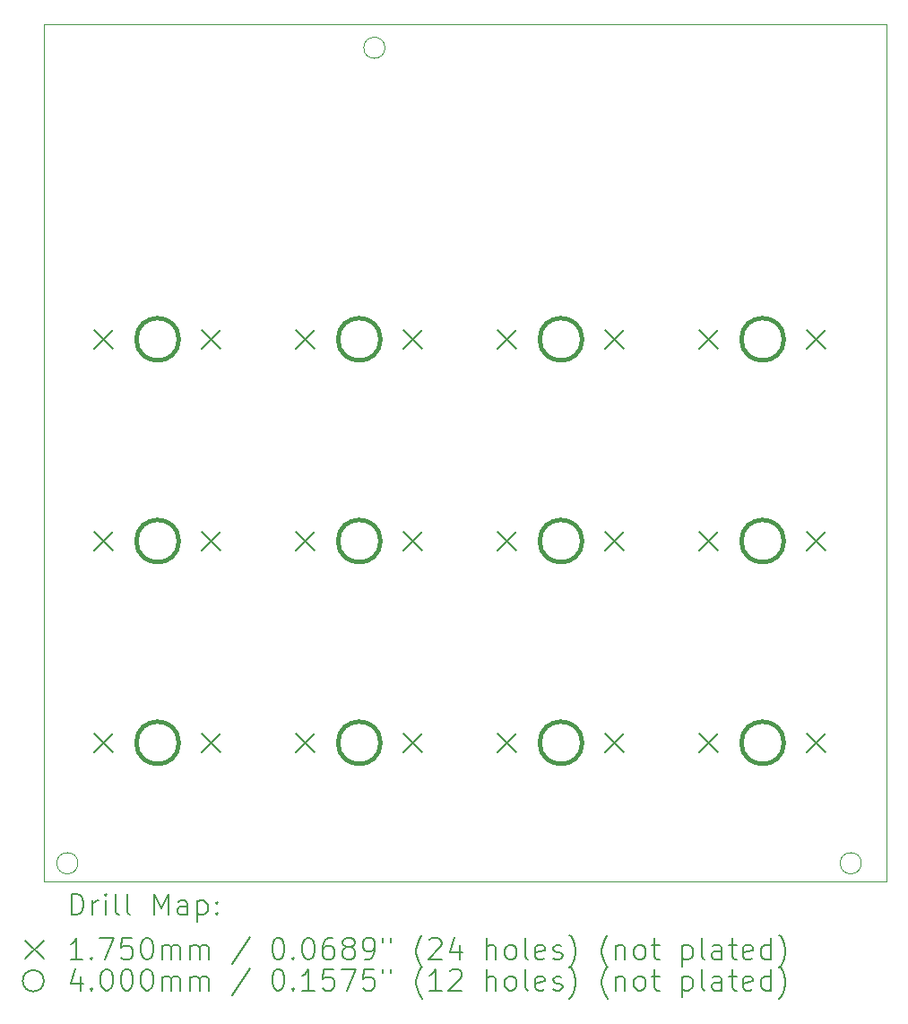
<source format=gbr>
%TF.GenerationSoftware,KiCad,Pcbnew,8.0.8*%
%TF.CreationDate,2025-02-10T09:22:13+01:00*%
%TF.ProjectId,better,62657474-6572-42e6-9b69-6361645f7063,rev?*%
%TF.SameCoordinates,Original*%
%TF.FileFunction,Drillmap*%
%TF.FilePolarity,Positive*%
%FSLAX45Y45*%
G04 Gerber Fmt 4.5, Leading zero omitted, Abs format (unit mm)*
G04 Created by KiCad (PCBNEW 8.0.8) date 2025-02-10 09:22:13*
%MOMM*%
%LPD*%
G01*
G04 APERTURE LIST*
%ADD10C,0.050000*%
%ADD11C,0.200000*%
%ADD12C,0.175000*%
%ADD13C,0.400000*%
G04 APERTURE END LIST*
D10*
X21023500Y-10916500D02*
G75*
G02*
X20823500Y-10916500I-100000J0D01*
G01*
X20823500Y-10916500D02*
G75*
G02*
X21023500Y-10916500I100000J0D01*
G01*
X13304437Y-2992437D02*
X21262563Y-2992437D01*
X21262563Y-11088688D01*
X13304437Y-11088688D01*
X13304437Y-2992437D01*
X16523500Y-3216500D02*
G75*
G02*
X16323500Y-3216500I-100000J0D01*
G01*
X16323500Y-3216500D02*
G75*
G02*
X16523500Y-3216500I100000J0D01*
G01*
X13623500Y-10916500D02*
G75*
G02*
X13423500Y-10916500I-100000J0D01*
G01*
X13423500Y-10916500D02*
G75*
G02*
X13623500Y-10916500I100000J0D01*
G01*
D11*
D12*
X13780500Y-5881500D02*
X13955500Y-6056500D01*
X13955500Y-5881500D02*
X13780500Y-6056500D01*
X13780500Y-7786500D02*
X13955500Y-7961500D01*
X13955500Y-7786500D02*
X13780500Y-7961500D01*
X13780500Y-9691500D02*
X13955500Y-9866500D01*
X13955500Y-9691500D02*
X13780500Y-9866500D01*
X14796500Y-5881500D02*
X14971500Y-6056500D01*
X14971500Y-5881500D02*
X14796500Y-6056500D01*
X14796500Y-7786500D02*
X14971500Y-7961500D01*
X14971500Y-7786500D02*
X14796500Y-7961500D01*
X14796500Y-9691500D02*
X14971500Y-9866500D01*
X14971500Y-9691500D02*
X14796500Y-9866500D01*
X15685500Y-5881500D02*
X15860500Y-6056500D01*
X15860500Y-5881500D02*
X15685500Y-6056500D01*
X15685500Y-7786500D02*
X15860500Y-7961500D01*
X15860500Y-7786500D02*
X15685500Y-7961500D01*
X15685500Y-9691500D02*
X15860500Y-9866500D01*
X15860500Y-9691500D02*
X15685500Y-9866500D01*
X16701500Y-5881500D02*
X16876500Y-6056500D01*
X16876500Y-5881500D02*
X16701500Y-6056500D01*
X16701500Y-7786500D02*
X16876500Y-7961500D01*
X16876500Y-7786500D02*
X16701500Y-7961500D01*
X16701500Y-9691500D02*
X16876500Y-9866500D01*
X16876500Y-9691500D02*
X16701500Y-9866500D01*
X17590500Y-5881500D02*
X17765500Y-6056500D01*
X17765500Y-5881500D02*
X17590500Y-6056500D01*
X17590500Y-7786500D02*
X17765500Y-7961500D01*
X17765500Y-7786500D02*
X17590500Y-7961500D01*
X17590500Y-9691500D02*
X17765500Y-9866500D01*
X17765500Y-9691500D02*
X17590500Y-9866500D01*
X18606500Y-5881500D02*
X18781500Y-6056500D01*
X18781500Y-5881500D02*
X18606500Y-6056500D01*
X18606500Y-7786500D02*
X18781500Y-7961500D01*
X18781500Y-7786500D02*
X18606500Y-7961500D01*
X18606500Y-9691500D02*
X18781500Y-9866500D01*
X18781500Y-9691500D02*
X18606500Y-9866500D01*
X19495500Y-5881500D02*
X19670500Y-6056500D01*
X19670500Y-5881500D02*
X19495500Y-6056500D01*
X19495500Y-7786500D02*
X19670500Y-7961500D01*
X19670500Y-7786500D02*
X19495500Y-7961500D01*
X19495500Y-9691500D02*
X19670500Y-9866500D01*
X19670500Y-9691500D02*
X19495500Y-9866500D01*
X20511500Y-5881500D02*
X20686500Y-6056500D01*
X20686500Y-5881500D02*
X20511500Y-6056500D01*
X20511500Y-7786500D02*
X20686500Y-7961500D01*
X20686500Y-7786500D02*
X20511500Y-7961500D01*
X20511500Y-9691500D02*
X20686500Y-9866500D01*
X20686500Y-9691500D02*
X20511500Y-9866500D01*
D13*
X14576000Y-5969000D02*
G75*
G02*
X14176000Y-5969000I-200000J0D01*
G01*
X14176000Y-5969000D02*
G75*
G02*
X14576000Y-5969000I200000J0D01*
G01*
X14576000Y-7874000D02*
G75*
G02*
X14176000Y-7874000I-200000J0D01*
G01*
X14176000Y-7874000D02*
G75*
G02*
X14576000Y-7874000I200000J0D01*
G01*
X14576000Y-9779000D02*
G75*
G02*
X14176000Y-9779000I-200000J0D01*
G01*
X14176000Y-9779000D02*
G75*
G02*
X14576000Y-9779000I200000J0D01*
G01*
X16481000Y-5969000D02*
G75*
G02*
X16081000Y-5969000I-200000J0D01*
G01*
X16081000Y-5969000D02*
G75*
G02*
X16481000Y-5969000I200000J0D01*
G01*
X16481000Y-7874000D02*
G75*
G02*
X16081000Y-7874000I-200000J0D01*
G01*
X16081000Y-7874000D02*
G75*
G02*
X16481000Y-7874000I200000J0D01*
G01*
X16481000Y-9779000D02*
G75*
G02*
X16081000Y-9779000I-200000J0D01*
G01*
X16081000Y-9779000D02*
G75*
G02*
X16481000Y-9779000I200000J0D01*
G01*
X18386000Y-5969000D02*
G75*
G02*
X17986000Y-5969000I-200000J0D01*
G01*
X17986000Y-5969000D02*
G75*
G02*
X18386000Y-5969000I200000J0D01*
G01*
X18386000Y-7874000D02*
G75*
G02*
X17986000Y-7874000I-200000J0D01*
G01*
X17986000Y-7874000D02*
G75*
G02*
X18386000Y-7874000I200000J0D01*
G01*
X18386000Y-9779000D02*
G75*
G02*
X17986000Y-9779000I-200000J0D01*
G01*
X17986000Y-9779000D02*
G75*
G02*
X18386000Y-9779000I200000J0D01*
G01*
X20291000Y-5969000D02*
G75*
G02*
X19891000Y-5969000I-200000J0D01*
G01*
X19891000Y-5969000D02*
G75*
G02*
X20291000Y-5969000I200000J0D01*
G01*
X20291000Y-7874000D02*
G75*
G02*
X19891000Y-7874000I-200000J0D01*
G01*
X19891000Y-7874000D02*
G75*
G02*
X20291000Y-7874000I200000J0D01*
G01*
X20291000Y-9779000D02*
G75*
G02*
X19891000Y-9779000I-200000J0D01*
G01*
X19891000Y-9779000D02*
G75*
G02*
X20291000Y-9779000I200000J0D01*
G01*
D11*
X13562714Y-11402671D02*
X13562714Y-11202671D01*
X13562714Y-11202671D02*
X13610333Y-11202671D01*
X13610333Y-11202671D02*
X13638905Y-11212195D01*
X13638905Y-11212195D02*
X13657952Y-11231243D01*
X13657952Y-11231243D02*
X13667476Y-11250290D01*
X13667476Y-11250290D02*
X13677000Y-11288385D01*
X13677000Y-11288385D02*
X13677000Y-11316957D01*
X13677000Y-11316957D02*
X13667476Y-11355052D01*
X13667476Y-11355052D02*
X13657952Y-11374100D01*
X13657952Y-11374100D02*
X13638905Y-11393147D01*
X13638905Y-11393147D02*
X13610333Y-11402671D01*
X13610333Y-11402671D02*
X13562714Y-11402671D01*
X13762714Y-11402671D02*
X13762714Y-11269338D01*
X13762714Y-11307433D02*
X13772238Y-11288385D01*
X13772238Y-11288385D02*
X13781762Y-11278862D01*
X13781762Y-11278862D02*
X13800809Y-11269338D01*
X13800809Y-11269338D02*
X13819857Y-11269338D01*
X13886524Y-11402671D02*
X13886524Y-11269338D01*
X13886524Y-11202671D02*
X13877000Y-11212195D01*
X13877000Y-11212195D02*
X13886524Y-11221719D01*
X13886524Y-11221719D02*
X13896048Y-11212195D01*
X13896048Y-11212195D02*
X13886524Y-11202671D01*
X13886524Y-11202671D02*
X13886524Y-11221719D01*
X14010333Y-11402671D02*
X13991286Y-11393147D01*
X13991286Y-11393147D02*
X13981762Y-11374100D01*
X13981762Y-11374100D02*
X13981762Y-11202671D01*
X14115095Y-11402671D02*
X14096048Y-11393147D01*
X14096048Y-11393147D02*
X14086524Y-11374100D01*
X14086524Y-11374100D02*
X14086524Y-11202671D01*
X14343667Y-11402671D02*
X14343667Y-11202671D01*
X14343667Y-11202671D02*
X14410333Y-11345528D01*
X14410333Y-11345528D02*
X14477000Y-11202671D01*
X14477000Y-11202671D02*
X14477000Y-11402671D01*
X14657952Y-11402671D02*
X14657952Y-11297909D01*
X14657952Y-11297909D02*
X14648429Y-11278862D01*
X14648429Y-11278862D02*
X14629381Y-11269338D01*
X14629381Y-11269338D02*
X14591286Y-11269338D01*
X14591286Y-11269338D02*
X14572238Y-11278862D01*
X14657952Y-11393147D02*
X14638905Y-11402671D01*
X14638905Y-11402671D02*
X14591286Y-11402671D01*
X14591286Y-11402671D02*
X14572238Y-11393147D01*
X14572238Y-11393147D02*
X14562714Y-11374100D01*
X14562714Y-11374100D02*
X14562714Y-11355052D01*
X14562714Y-11355052D02*
X14572238Y-11336005D01*
X14572238Y-11336005D02*
X14591286Y-11326481D01*
X14591286Y-11326481D02*
X14638905Y-11326481D01*
X14638905Y-11326481D02*
X14657952Y-11316957D01*
X14753190Y-11269338D02*
X14753190Y-11469338D01*
X14753190Y-11278862D02*
X14772238Y-11269338D01*
X14772238Y-11269338D02*
X14810333Y-11269338D01*
X14810333Y-11269338D02*
X14829381Y-11278862D01*
X14829381Y-11278862D02*
X14838905Y-11288385D01*
X14838905Y-11288385D02*
X14848429Y-11307433D01*
X14848429Y-11307433D02*
X14848429Y-11364576D01*
X14848429Y-11364576D02*
X14838905Y-11383624D01*
X14838905Y-11383624D02*
X14829381Y-11393147D01*
X14829381Y-11393147D02*
X14810333Y-11402671D01*
X14810333Y-11402671D02*
X14772238Y-11402671D01*
X14772238Y-11402671D02*
X14753190Y-11393147D01*
X14934143Y-11383624D02*
X14943667Y-11393147D01*
X14943667Y-11393147D02*
X14934143Y-11402671D01*
X14934143Y-11402671D02*
X14924619Y-11393147D01*
X14924619Y-11393147D02*
X14934143Y-11383624D01*
X14934143Y-11383624D02*
X14934143Y-11402671D01*
X14934143Y-11278862D02*
X14943667Y-11288385D01*
X14943667Y-11288385D02*
X14934143Y-11297909D01*
X14934143Y-11297909D02*
X14924619Y-11288385D01*
X14924619Y-11288385D02*
X14934143Y-11278862D01*
X14934143Y-11278862D02*
X14934143Y-11297909D01*
D12*
X13126937Y-11643687D02*
X13301937Y-11818687D01*
X13301937Y-11643687D02*
X13126937Y-11818687D01*
D11*
X13667476Y-11822671D02*
X13553190Y-11822671D01*
X13610333Y-11822671D02*
X13610333Y-11622671D01*
X13610333Y-11622671D02*
X13591286Y-11651243D01*
X13591286Y-11651243D02*
X13572238Y-11670290D01*
X13572238Y-11670290D02*
X13553190Y-11679814D01*
X13753190Y-11803624D02*
X13762714Y-11813147D01*
X13762714Y-11813147D02*
X13753190Y-11822671D01*
X13753190Y-11822671D02*
X13743667Y-11813147D01*
X13743667Y-11813147D02*
X13753190Y-11803624D01*
X13753190Y-11803624D02*
X13753190Y-11822671D01*
X13829381Y-11622671D02*
X13962714Y-11622671D01*
X13962714Y-11622671D02*
X13877000Y-11822671D01*
X14134143Y-11622671D02*
X14038905Y-11622671D01*
X14038905Y-11622671D02*
X14029381Y-11717909D01*
X14029381Y-11717909D02*
X14038905Y-11708385D01*
X14038905Y-11708385D02*
X14057952Y-11698862D01*
X14057952Y-11698862D02*
X14105571Y-11698862D01*
X14105571Y-11698862D02*
X14124619Y-11708385D01*
X14124619Y-11708385D02*
X14134143Y-11717909D01*
X14134143Y-11717909D02*
X14143667Y-11736957D01*
X14143667Y-11736957D02*
X14143667Y-11784576D01*
X14143667Y-11784576D02*
X14134143Y-11803624D01*
X14134143Y-11803624D02*
X14124619Y-11813147D01*
X14124619Y-11813147D02*
X14105571Y-11822671D01*
X14105571Y-11822671D02*
X14057952Y-11822671D01*
X14057952Y-11822671D02*
X14038905Y-11813147D01*
X14038905Y-11813147D02*
X14029381Y-11803624D01*
X14267476Y-11622671D02*
X14286524Y-11622671D01*
X14286524Y-11622671D02*
X14305571Y-11632195D01*
X14305571Y-11632195D02*
X14315095Y-11641719D01*
X14315095Y-11641719D02*
X14324619Y-11660766D01*
X14324619Y-11660766D02*
X14334143Y-11698862D01*
X14334143Y-11698862D02*
X14334143Y-11746481D01*
X14334143Y-11746481D02*
X14324619Y-11784576D01*
X14324619Y-11784576D02*
X14315095Y-11803624D01*
X14315095Y-11803624D02*
X14305571Y-11813147D01*
X14305571Y-11813147D02*
X14286524Y-11822671D01*
X14286524Y-11822671D02*
X14267476Y-11822671D01*
X14267476Y-11822671D02*
X14248429Y-11813147D01*
X14248429Y-11813147D02*
X14238905Y-11803624D01*
X14238905Y-11803624D02*
X14229381Y-11784576D01*
X14229381Y-11784576D02*
X14219857Y-11746481D01*
X14219857Y-11746481D02*
X14219857Y-11698862D01*
X14219857Y-11698862D02*
X14229381Y-11660766D01*
X14229381Y-11660766D02*
X14238905Y-11641719D01*
X14238905Y-11641719D02*
X14248429Y-11632195D01*
X14248429Y-11632195D02*
X14267476Y-11622671D01*
X14419857Y-11822671D02*
X14419857Y-11689338D01*
X14419857Y-11708385D02*
X14429381Y-11698862D01*
X14429381Y-11698862D02*
X14448429Y-11689338D01*
X14448429Y-11689338D02*
X14477000Y-11689338D01*
X14477000Y-11689338D02*
X14496048Y-11698862D01*
X14496048Y-11698862D02*
X14505571Y-11717909D01*
X14505571Y-11717909D02*
X14505571Y-11822671D01*
X14505571Y-11717909D02*
X14515095Y-11698862D01*
X14515095Y-11698862D02*
X14534143Y-11689338D01*
X14534143Y-11689338D02*
X14562714Y-11689338D01*
X14562714Y-11689338D02*
X14581762Y-11698862D01*
X14581762Y-11698862D02*
X14591286Y-11717909D01*
X14591286Y-11717909D02*
X14591286Y-11822671D01*
X14686524Y-11822671D02*
X14686524Y-11689338D01*
X14686524Y-11708385D02*
X14696048Y-11698862D01*
X14696048Y-11698862D02*
X14715095Y-11689338D01*
X14715095Y-11689338D02*
X14743667Y-11689338D01*
X14743667Y-11689338D02*
X14762714Y-11698862D01*
X14762714Y-11698862D02*
X14772238Y-11717909D01*
X14772238Y-11717909D02*
X14772238Y-11822671D01*
X14772238Y-11717909D02*
X14781762Y-11698862D01*
X14781762Y-11698862D02*
X14800810Y-11689338D01*
X14800810Y-11689338D02*
X14829381Y-11689338D01*
X14829381Y-11689338D02*
X14848429Y-11698862D01*
X14848429Y-11698862D02*
X14857952Y-11717909D01*
X14857952Y-11717909D02*
X14857952Y-11822671D01*
X15248429Y-11613147D02*
X15077000Y-11870290D01*
X15505572Y-11622671D02*
X15524619Y-11622671D01*
X15524619Y-11622671D02*
X15543667Y-11632195D01*
X15543667Y-11632195D02*
X15553191Y-11641719D01*
X15553191Y-11641719D02*
X15562714Y-11660766D01*
X15562714Y-11660766D02*
X15572238Y-11698862D01*
X15572238Y-11698862D02*
X15572238Y-11746481D01*
X15572238Y-11746481D02*
X15562714Y-11784576D01*
X15562714Y-11784576D02*
X15553191Y-11803624D01*
X15553191Y-11803624D02*
X15543667Y-11813147D01*
X15543667Y-11813147D02*
X15524619Y-11822671D01*
X15524619Y-11822671D02*
X15505572Y-11822671D01*
X15505572Y-11822671D02*
X15486524Y-11813147D01*
X15486524Y-11813147D02*
X15477000Y-11803624D01*
X15477000Y-11803624D02*
X15467476Y-11784576D01*
X15467476Y-11784576D02*
X15457953Y-11746481D01*
X15457953Y-11746481D02*
X15457953Y-11698862D01*
X15457953Y-11698862D02*
X15467476Y-11660766D01*
X15467476Y-11660766D02*
X15477000Y-11641719D01*
X15477000Y-11641719D02*
X15486524Y-11632195D01*
X15486524Y-11632195D02*
X15505572Y-11622671D01*
X15657953Y-11803624D02*
X15667476Y-11813147D01*
X15667476Y-11813147D02*
X15657953Y-11822671D01*
X15657953Y-11822671D02*
X15648429Y-11813147D01*
X15648429Y-11813147D02*
X15657953Y-11803624D01*
X15657953Y-11803624D02*
X15657953Y-11822671D01*
X15791286Y-11622671D02*
X15810334Y-11622671D01*
X15810334Y-11622671D02*
X15829381Y-11632195D01*
X15829381Y-11632195D02*
X15838905Y-11641719D01*
X15838905Y-11641719D02*
X15848429Y-11660766D01*
X15848429Y-11660766D02*
X15857953Y-11698862D01*
X15857953Y-11698862D02*
X15857953Y-11746481D01*
X15857953Y-11746481D02*
X15848429Y-11784576D01*
X15848429Y-11784576D02*
X15838905Y-11803624D01*
X15838905Y-11803624D02*
X15829381Y-11813147D01*
X15829381Y-11813147D02*
X15810334Y-11822671D01*
X15810334Y-11822671D02*
X15791286Y-11822671D01*
X15791286Y-11822671D02*
X15772238Y-11813147D01*
X15772238Y-11813147D02*
X15762714Y-11803624D01*
X15762714Y-11803624D02*
X15753191Y-11784576D01*
X15753191Y-11784576D02*
X15743667Y-11746481D01*
X15743667Y-11746481D02*
X15743667Y-11698862D01*
X15743667Y-11698862D02*
X15753191Y-11660766D01*
X15753191Y-11660766D02*
X15762714Y-11641719D01*
X15762714Y-11641719D02*
X15772238Y-11632195D01*
X15772238Y-11632195D02*
X15791286Y-11622671D01*
X16029381Y-11622671D02*
X15991286Y-11622671D01*
X15991286Y-11622671D02*
X15972238Y-11632195D01*
X15972238Y-11632195D02*
X15962714Y-11641719D01*
X15962714Y-11641719D02*
X15943667Y-11670290D01*
X15943667Y-11670290D02*
X15934143Y-11708385D01*
X15934143Y-11708385D02*
X15934143Y-11784576D01*
X15934143Y-11784576D02*
X15943667Y-11803624D01*
X15943667Y-11803624D02*
X15953191Y-11813147D01*
X15953191Y-11813147D02*
X15972238Y-11822671D01*
X15972238Y-11822671D02*
X16010334Y-11822671D01*
X16010334Y-11822671D02*
X16029381Y-11813147D01*
X16029381Y-11813147D02*
X16038905Y-11803624D01*
X16038905Y-11803624D02*
X16048429Y-11784576D01*
X16048429Y-11784576D02*
X16048429Y-11736957D01*
X16048429Y-11736957D02*
X16038905Y-11717909D01*
X16038905Y-11717909D02*
X16029381Y-11708385D01*
X16029381Y-11708385D02*
X16010334Y-11698862D01*
X16010334Y-11698862D02*
X15972238Y-11698862D01*
X15972238Y-11698862D02*
X15953191Y-11708385D01*
X15953191Y-11708385D02*
X15943667Y-11717909D01*
X15943667Y-11717909D02*
X15934143Y-11736957D01*
X16162714Y-11708385D02*
X16143667Y-11698862D01*
X16143667Y-11698862D02*
X16134143Y-11689338D01*
X16134143Y-11689338D02*
X16124619Y-11670290D01*
X16124619Y-11670290D02*
X16124619Y-11660766D01*
X16124619Y-11660766D02*
X16134143Y-11641719D01*
X16134143Y-11641719D02*
X16143667Y-11632195D01*
X16143667Y-11632195D02*
X16162714Y-11622671D01*
X16162714Y-11622671D02*
X16200810Y-11622671D01*
X16200810Y-11622671D02*
X16219857Y-11632195D01*
X16219857Y-11632195D02*
X16229381Y-11641719D01*
X16229381Y-11641719D02*
X16238905Y-11660766D01*
X16238905Y-11660766D02*
X16238905Y-11670290D01*
X16238905Y-11670290D02*
X16229381Y-11689338D01*
X16229381Y-11689338D02*
X16219857Y-11698862D01*
X16219857Y-11698862D02*
X16200810Y-11708385D01*
X16200810Y-11708385D02*
X16162714Y-11708385D01*
X16162714Y-11708385D02*
X16143667Y-11717909D01*
X16143667Y-11717909D02*
X16134143Y-11727433D01*
X16134143Y-11727433D02*
X16124619Y-11746481D01*
X16124619Y-11746481D02*
X16124619Y-11784576D01*
X16124619Y-11784576D02*
X16134143Y-11803624D01*
X16134143Y-11803624D02*
X16143667Y-11813147D01*
X16143667Y-11813147D02*
X16162714Y-11822671D01*
X16162714Y-11822671D02*
X16200810Y-11822671D01*
X16200810Y-11822671D02*
X16219857Y-11813147D01*
X16219857Y-11813147D02*
X16229381Y-11803624D01*
X16229381Y-11803624D02*
X16238905Y-11784576D01*
X16238905Y-11784576D02*
X16238905Y-11746481D01*
X16238905Y-11746481D02*
X16229381Y-11727433D01*
X16229381Y-11727433D02*
X16219857Y-11717909D01*
X16219857Y-11717909D02*
X16200810Y-11708385D01*
X16334143Y-11822671D02*
X16372238Y-11822671D01*
X16372238Y-11822671D02*
X16391286Y-11813147D01*
X16391286Y-11813147D02*
X16400810Y-11803624D01*
X16400810Y-11803624D02*
X16419857Y-11775052D01*
X16419857Y-11775052D02*
X16429381Y-11736957D01*
X16429381Y-11736957D02*
X16429381Y-11660766D01*
X16429381Y-11660766D02*
X16419857Y-11641719D01*
X16419857Y-11641719D02*
X16410334Y-11632195D01*
X16410334Y-11632195D02*
X16391286Y-11622671D01*
X16391286Y-11622671D02*
X16353191Y-11622671D01*
X16353191Y-11622671D02*
X16334143Y-11632195D01*
X16334143Y-11632195D02*
X16324619Y-11641719D01*
X16324619Y-11641719D02*
X16315095Y-11660766D01*
X16315095Y-11660766D02*
X16315095Y-11708385D01*
X16315095Y-11708385D02*
X16324619Y-11727433D01*
X16324619Y-11727433D02*
X16334143Y-11736957D01*
X16334143Y-11736957D02*
X16353191Y-11746481D01*
X16353191Y-11746481D02*
X16391286Y-11746481D01*
X16391286Y-11746481D02*
X16410334Y-11736957D01*
X16410334Y-11736957D02*
X16419857Y-11727433D01*
X16419857Y-11727433D02*
X16429381Y-11708385D01*
X16505572Y-11622671D02*
X16505572Y-11660766D01*
X16581762Y-11622671D02*
X16581762Y-11660766D01*
X16877000Y-11898862D02*
X16867477Y-11889338D01*
X16867477Y-11889338D02*
X16848429Y-11860766D01*
X16848429Y-11860766D02*
X16838905Y-11841719D01*
X16838905Y-11841719D02*
X16829381Y-11813147D01*
X16829381Y-11813147D02*
X16819858Y-11765528D01*
X16819858Y-11765528D02*
X16819858Y-11727433D01*
X16819858Y-11727433D02*
X16829381Y-11679814D01*
X16829381Y-11679814D02*
X16838905Y-11651243D01*
X16838905Y-11651243D02*
X16848429Y-11632195D01*
X16848429Y-11632195D02*
X16867477Y-11603624D01*
X16867477Y-11603624D02*
X16877000Y-11594100D01*
X16943667Y-11641719D02*
X16953191Y-11632195D01*
X16953191Y-11632195D02*
X16972238Y-11622671D01*
X16972238Y-11622671D02*
X17019858Y-11622671D01*
X17019858Y-11622671D02*
X17038905Y-11632195D01*
X17038905Y-11632195D02*
X17048429Y-11641719D01*
X17048429Y-11641719D02*
X17057953Y-11660766D01*
X17057953Y-11660766D02*
X17057953Y-11679814D01*
X17057953Y-11679814D02*
X17048429Y-11708385D01*
X17048429Y-11708385D02*
X16934143Y-11822671D01*
X16934143Y-11822671D02*
X17057953Y-11822671D01*
X17229381Y-11689338D02*
X17229381Y-11822671D01*
X17181762Y-11613147D02*
X17134143Y-11756005D01*
X17134143Y-11756005D02*
X17257953Y-11756005D01*
X17486524Y-11822671D02*
X17486524Y-11622671D01*
X17572239Y-11822671D02*
X17572239Y-11717909D01*
X17572239Y-11717909D02*
X17562715Y-11698862D01*
X17562715Y-11698862D02*
X17543667Y-11689338D01*
X17543667Y-11689338D02*
X17515096Y-11689338D01*
X17515096Y-11689338D02*
X17496048Y-11698862D01*
X17496048Y-11698862D02*
X17486524Y-11708385D01*
X17696048Y-11822671D02*
X17677000Y-11813147D01*
X17677000Y-11813147D02*
X17667477Y-11803624D01*
X17667477Y-11803624D02*
X17657953Y-11784576D01*
X17657953Y-11784576D02*
X17657953Y-11727433D01*
X17657953Y-11727433D02*
X17667477Y-11708385D01*
X17667477Y-11708385D02*
X17677000Y-11698862D01*
X17677000Y-11698862D02*
X17696048Y-11689338D01*
X17696048Y-11689338D02*
X17724620Y-11689338D01*
X17724620Y-11689338D02*
X17743667Y-11698862D01*
X17743667Y-11698862D02*
X17753191Y-11708385D01*
X17753191Y-11708385D02*
X17762715Y-11727433D01*
X17762715Y-11727433D02*
X17762715Y-11784576D01*
X17762715Y-11784576D02*
X17753191Y-11803624D01*
X17753191Y-11803624D02*
X17743667Y-11813147D01*
X17743667Y-11813147D02*
X17724620Y-11822671D01*
X17724620Y-11822671D02*
X17696048Y-11822671D01*
X17877000Y-11822671D02*
X17857953Y-11813147D01*
X17857953Y-11813147D02*
X17848429Y-11794100D01*
X17848429Y-11794100D02*
X17848429Y-11622671D01*
X18029381Y-11813147D02*
X18010334Y-11822671D01*
X18010334Y-11822671D02*
X17972239Y-11822671D01*
X17972239Y-11822671D02*
X17953191Y-11813147D01*
X17953191Y-11813147D02*
X17943667Y-11794100D01*
X17943667Y-11794100D02*
X17943667Y-11717909D01*
X17943667Y-11717909D02*
X17953191Y-11698862D01*
X17953191Y-11698862D02*
X17972239Y-11689338D01*
X17972239Y-11689338D02*
X18010334Y-11689338D01*
X18010334Y-11689338D02*
X18029381Y-11698862D01*
X18029381Y-11698862D02*
X18038905Y-11717909D01*
X18038905Y-11717909D02*
X18038905Y-11736957D01*
X18038905Y-11736957D02*
X17943667Y-11756005D01*
X18115096Y-11813147D02*
X18134143Y-11822671D01*
X18134143Y-11822671D02*
X18172239Y-11822671D01*
X18172239Y-11822671D02*
X18191286Y-11813147D01*
X18191286Y-11813147D02*
X18200810Y-11794100D01*
X18200810Y-11794100D02*
X18200810Y-11784576D01*
X18200810Y-11784576D02*
X18191286Y-11765528D01*
X18191286Y-11765528D02*
X18172239Y-11756005D01*
X18172239Y-11756005D02*
X18143667Y-11756005D01*
X18143667Y-11756005D02*
X18124620Y-11746481D01*
X18124620Y-11746481D02*
X18115096Y-11727433D01*
X18115096Y-11727433D02*
X18115096Y-11717909D01*
X18115096Y-11717909D02*
X18124620Y-11698862D01*
X18124620Y-11698862D02*
X18143667Y-11689338D01*
X18143667Y-11689338D02*
X18172239Y-11689338D01*
X18172239Y-11689338D02*
X18191286Y-11698862D01*
X18267477Y-11898862D02*
X18277001Y-11889338D01*
X18277001Y-11889338D02*
X18296048Y-11860766D01*
X18296048Y-11860766D02*
X18305572Y-11841719D01*
X18305572Y-11841719D02*
X18315096Y-11813147D01*
X18315096Y-11813147D02*
X18324620Y-11765528D01*
X18324620Y-11765528D02*
X18324620Y-11727433D01*
X18324620Y-11727433D02*
X18315096Y-11679814D01*
X18315096Y-11679814D02*
X18305572Y-11651243D01*
X18305572Y-11651243D02*
X18296048Y-11632195D01*
X18296048Y-11632195D02*
X18277001Y-11603624D01*
X18277001Y-11603624D02*
X18267477Y-11594100D01*
X18629382Y-11898862D02*
X18619858Y-11889338D01*
X18619858Y-11889338D02*
X18600810Y-11860766D01*
X18600810Y-11860766D02*
X18591286Y-11841719D01*
X18591286Y-11841719D02*
X18581762Y-11813147D01*
X18581762Y-11813147D02*
X18572239Y-11765528D01*
X18572239Y-11765528D02*
X18572239Y-11727433D01*
X18572239Y-11727433D02*
X18581762Y-11679814D01*
X18581762Y-11679814D02*
X18591286Y-11651243D01*
X18591286Y-11651243D02*
X18600810Y-11632195D01*
X18600810Y-11632195D02*
X18619858Y-11603624D01*
X18619858Y-11603624D02*
X18629382Y-11594100D01*
X18705572Y-11689338D02*
X18705572Y-11822671D01*
X18705572Y-11708385D02*
X18715096Y-11698862D01*
X18715096Y-11698862D02*
X18734143Y-11689338D01*
X18734143Y-11689338D02*
X18762715Y-11689338D01*
X18762715Y-11689338D02*
X18781762Y-11698862D01*
X18781762Y-11698862D02*
X18791286Y-11717909D01*
X18791286Y-11717909D02*
X18791286Y-11822671D01*
X18915096Y-11822671D02*
X18896048Y-11813147D01*
X18896048Y-11813147D02*
X18886524Y-11803624D01*
X18886524Y-11803624D02*
X18877001Y-11784576D01*
X18877001Y-11784576D02*
X18877001Y-11727433D01*
X18877001Y-11727433D02*
X18886524Y-11708385D01*
X18886524Y-11708385D02*
X18896048Y-11698862D01*
X18896048Y-11698862D02*
X18915096Y-11689338D01*
X18915096Y-11689338D02*
X18943667Y-11689338D01*
X18943667Y-11689338D02*
X18962715Y-11698862D01*
X18962715Y-11698862D02*
X18972239Y-11708385D01*
X18972239Y-11708385D02*
X18981762Y-11727433D01*
X18981762Y-11727433D02*
X18981762Y-11784576D01*
X18981762Y-11784576D02*
X18972239Y-11803624D01*
X18972239Y-11803624D02*
X18962715Y-11813147D01*
X18962715Y-11813147D02*
X18943667Y-11822671D01*
X18943667Y-11822671D02*
X18915096Y-11822671D01*
X19038905Y-11689338D02*
X19115096Y-11689338D01*
X19067477Y-11622671D02*
X19067477Y-11794100D01*
X19067477Y-11794100D02*
X19077001Y-11813147D01*
X19077001Y-11813147D02*
X19096048Y-11822671D01*
X19096048Y-11822671D02*
X19115096Y-11822671D01*
X19334143Y-11689338D02*
X19334143Y-11889338D01*
X19334143Y-11698862D02*
X19353191Y-11689338D01*
X19353191Y-11689338D02*
X19391286Y-11689338D01*
X19391286Y-11689338D02*
X19410334Y-11698862D01*
X19410334Y-11698862D02*
X19419858Y-11708385D01*
X19419858Y-11708385D02*
X19429382Y-11727433D01*
X19429382Y-11727433D02*
X19429382Y-11784576D01*
X19429382Y-11784576D02*
X19419858Y-11803624D01*
X19419858Y-11803624D02*
X19410334Y-11813147D01*
X19410334Y-11813147D02*
X19391286Y-11822671D01*
X19391286Y-11822671D02*
X19353191Y-11822671D01*
X19353191Y-11822671D02*
X19334143Y-11813147D01*
X19543667Y-11822671D02*
X19524620Y-11813147D01*
X19524620Y-11813147D02*
X19515096Y-11794100D01*
X19515096Y-11794100D02*
X19515096Y-11622671D01*
X19705572Y-11822671D02*
X19705572Y-11717909D01*
X19705572Y-11717909D02*
X19696048Y-11698862D01*
X19696048Y-11698862D02*
X19677001Y-11689338D01*
X19677001Y-11689338D02*
X19638905Y-11689338D01*
X19638905Y-11689338D02*
X19619858Y-11698862D01*
X19705572Y-11813147D02*
X19686524Y-11822671D01*
X19686524Y-11822671D02*
X19638905Y-11822671D01*
X19638905Y-11822671D02*
X19619858Y-11813147D01*
X19619858Y-11813147D02*
X19610334Y-11794100D01*
X19610334Y-11794100D02*
X19610334Y-11775052D01*
X19610334Y-11775052D02*
X19619858Y-11756005D01*
X19619858Y-11756005D02*
X19638905Y-11746481D01*
X19638905Y-11746481D02*
X19686524Y-11746481D01*
X19686524Y-11746481D02*
X19705572Y-11736957D01*
X19772239Y-11689338D02*
X19848429Y-11689338D01*
X19800810Y-11622671D02*
X19800810Y-11794100D01*
X19800810Y-11794100D02*
X19810334Y-11813147D01*
X19810334Y-11813147D02*
X19829382Y-11822671D01*
X19829382Y-11822671D02*
X19848429Y-11822671D01*
X19991286Y-11813147D02*
X19972239Y-11822671D01*
X19972239Y-11822671D02*
X19934143Y-11822671D01*
X19934143Y-11822671D02*
X19915096Y-11813147D01*
X19915096Y-11813147D02*
X19905572Y-11794100D01*
X19905572Y-11794100D02*
X19905572Y-11717909D01*
X19905572Y-11717909D02*
X19915096Y-11698862D01*
X19915096Y-11698862D02*
X19934143Y-11689338D01*
X19934143Y-11689338D02*
X19972239Y-11689338D01*
X19972239Y-11689338D02*
X19991286Y-11698862D01*
X19991286Y-11698862D02*
X20000810Y-11717909D01*
X20000810Y-11717909D02*
X20000810Y-11736957D01*
X20000810Y-11736957D02*
X19905572Y-11756005D01*
X20172239Y-11822671D02*
X20172239Y-11622671D01*
X20172239Y-11813147D02*
X20153191Y-11822671D01*
X20153191Y-11822671D02*
X20115096Y-11822671D01*
X20115096Y-11822671D02*
X20096048Y-11813147D01*
X20096048Y-11813147D02*
X20086524Y-11803624D01*
X20086524Y-11803624D02*
X20077001Y-11784576D01*
X20077001Y-11784576D02*
X20077001Y-11727433D01*
X20077001Y-11727433D02*
X20086524Y-11708385D01*
X20086524Y-11708385D02*
X20096048Y-11698862D01*
X20096048Y-11698862D02*
X20115096Y-11689338D01*
X20115096Y-11689338D02*
X20153191Y-11689338D01*
X20153191Y-11689338D02*
X20172239Y-11698862D01*
X20248429Y-11898862D02*
X20257953Y-11889338D01*
X20257953Y-11889338D02*
X20277001Y-11860766D01*
X20277001Y-11860766D02*
X20286524Y-11841719D01*
X20286524Y-11841719D02*
X20296048Y-11813147D01*
X20296048Y-11813147D02*
X20305572Y-11765528D01*
X20305572Y-11765528D02*
X20305572Y-11727433D01*
X20305572Y-11727433D02*
X20296048Y-11679814D01*
X20296048Y-11679814D02*
X20286524Y-11651243D01*
X20286524Y-11651243D02*
X20277001Y-11632195D01*
X20277001Y-11632195D02*
X20257953Y-11603624D01*
X20257953Y-11603624D02*
X20248429Y-11594100D01*
X13301937Y-12026187D02*
G75*
G02*
X13101937Y-12026187I-100000J0D01*
G01*
X13101937Y-12026187D02*
G75*
G02*
X13301937Y-12026187I100000J0D01*
G01*
X13648429Y-11984338D02*
X13648429Y-12117671D01*
X13600809Y-11908147D02*
X13553190Y-12051005D01*
X13553190Y-12051005D02*
X13677000Y-12051005D01*
X13753190Y-12098624D02*
X13762714Y-12108147D01*
X13762714Y-12108147D02*
X13753190Y-12117671D01*
X13753190Y-12117671D02*
X13743667Y-12108147D01*
X13743667Y-12108147D02*
X13753190Y-12098624D01*
X13753190Y-12098624D02*
X13753190Y-12117671D01*
X13886524Y-11917671D02*
X13905571Y-11917671D01*
X13905571Y-11917671D02*
X13924619Y-11927195D01*
X13924619Y-11927195D02*
X13934143Y-11936719D01*
X13934143Y-11936719D02*
X13943667Y-11955766D01*
X13943667Y-11955766D02*
X13953190Y-11993862D01*
X13953190Y-11993862D02*
X13953190Y-12041481D01*
X13953190Y-12041481D02*
X13943667Y-12079576D01*
X13943667Y-12079576D02*
X13934143Y-12098624D01*
X13934143Y-12098624D02*
X13924619Y-12108147D01*
X13924619Y-12108147D02*
X13905571Y-12117671D01*
X13905571Y-12117671D02*
X13886524Y-12117671D01*
X13886524Y-12117671D02*
X13867476Y-12108147D01*
X13867476Y-12108147D02*
X13857952Y-12098624D01*
X13857952Y-12098624D02*
X13848429Y-12079576D01*
X13848429Y-12079576D02*
X13838905Y-12041481D01*
X13838905Y-12041481D02*
X13838905Y-11993862D01*
X13838905Y-11993862D02*
X13848429Y-11955766D01*
X13848429Y-11955766D02*
X13857952Y-11936719D01*
X13857952Y-11936719D02*
X13867476Y-11927195D01*
X13867476Y-11927195D02*
X13886524Y-11917671D01*
X14077000Y-11917671D02*
X14096048Y-11917671D01*
X14096048Y-11917671D02*
X14115095Y-11927195D01*
X14115095Y-11927195D02*
X14124619Y-11936719D01*
X14124619Y-11936719D02*
X14134143Y-11955766D01*
X14134143Y-11955766D02*
X14143667Y-11993862D01*
X14143667Y-11993862D02*
X14143667Y-12041481D01*
X14143667Y-12041481D02*
X14134143Y-12079576D01*
X14134143Y-12079576D02*
X14124619Y-12098624D01*
X14124619Y-12098624D02*
X14115095Y-12108147D01*
X14115095Y-12108147D02*
X14096048Y-12117671D01*
X14096048Y-12117671D02*
X14077000Y-12117671D01*
X14077000Y-12117671D02*
X14057952Y-12108147D01*
X14057952Y-12108147D02*
X14048429Y-12098624D01*
X14048429Y-12098624D02*
X14038905Y-12079576D01*
X14038905Y-12079576D02*
X14029381Y-12041481D01*
X14029381Y-12041481D02*
X14029381Y-11993862D01*
X14029381Y-11993862D02*
X14038905Y-11955766D01*
X14038905Y-11955766D02*
X14048429Y-11936719D01*
X14048429Y-11936719D02*
X14057952Y-11927195D01*
X14057952Y-11927195D02*
X14077000Y-11917671D01*
X14267476Y-11917671D02*
X14286524Y-11917671D01*
X14286524Y-11917671D02*
X14305571Y-11927195D01*
X14305571Y-11927195D02*
X14315095Y-11936719D01*
X14315095Y-11936719D02*
X14324619Y-11955766D01*
X14324619Y-11955766D02*
X14334143Y-11993862D01*
X14334143Y-11993862D02*
X14334143Y-12041481D01*
X14334143Y-12041481D02*
X14324619Y-12079576D01*
X14324619Y-12079576D02*
X14315095Y-12098624D01*
X14315095Y-12098624D02*
X14305571Y-12108147D01*
X14305571Y-12108147D02*
X14286524Y-12117671D01*
X14286524Y-12117671D02*
X14267476Y-12117671D01*
X14267476Y-12117671D02*
X14248429Y-12108147D01*
X14248429Y-12108147D02*
X14238905Y-12098624D01*
X14238905Y-12098624D02*
X14229381Y-12079576D01*
X14229381Y-12079576D02*
X14219857Y-12041481D01*
X14219857Y-12041481D02*
X14219857Y-11993862D01*
X14219857Y-11993862D02*
X14229381Y-11955766D01*
X14229381Y-11955766D02*
X14238905Y-11936719D01*
X14238905Y-11936719D02*
X14248429Y-11927195D01*
X14248429Y-11927195D02*
X14267476Y-11917671D01*
X14419857Y-12117671D02*
X14419857Y-11984338D01*
X14419857Y-12003385D02*
X14429381Y-11993862D01*
X14429381Y-11993862D02*
X14448429Y-11984338D01*
X14448429Y-11984338D02*
X14477000Y-11984338D01*
X14477000Y-11984338D02*
X14496048Y-11993862D01*
X14496048Y-11993862D02*
X14505571Y-12012909D01*
X14505571Y-12012909D02*
X14505571Y-12117671D01*
X14505571Y-12012909D02*
X14515095Y-11993862D01*
X14515095Y-11993862D02*
X14534143Y-11984338D01*
X14534143Y-11984338D02*
X14562714Y-11984338D01*
X14562714Y-11984338D02*
X14581762Y-11993862D01*
X14581762Y-11993862D02*
X14591286Y-12012909D01*
X14591286Y-12012909D02*
X14591286Y-12117671D01*
X14686524Y-12117671D02*
X14686524Y-11984338D01*
X14686524Y-12003385D02*
X14696048Y-11993862D01*
X14696048Y-11993862D02*
X14715095Y-11984338D01*
X14715095Y-11984338D02*
X14743667Y-11984338D01*
X14743667Y-11984338D02*
X14762714Y-11993862D01*
X14762714Y-11993862D02*
X14772238Y-12012909D01*
X14772238Y-12012909D02*
X14772238Y-12117671D01*
X14772238Y-12012909D02*
X14781762Y-11993862D01*
X14781762Y-11993862D02*
X14800810Y-11984338D01*
X14800810Y-11984338D02*
X14829381Y-11984338D01*
X14829381Y-11984338D02*
X14848429Y-11993862D01*
X14848429Y-11993862D02*
X14857952Y-12012909D01*
X14857952Y-12012909D02*
X14857952Y-12117671D01*
X15248429Y-11908147D02*
X15077000Y-12165290D01*
X15505572Y-11917671D02*
X15524619Y-11917671D01*
X15524619Y-11917671D02*
X15543667Y-11927195D01*
X15543667Y-11927195D02*
X15553191Y-11936719D01*
X15553191Y-11936719D02*
X15562714Y-11955766D01*
X15562714Y-11955766D02*
X15572238Y-11993862D01*
X15572238Y-11993862D02*
X15572238Y-12041481D01*
X15572238Y-12041481D02*
X15562714Y-12079576D01*
X15562714Y-12079576D02*
X15553191Y-12098624D01*
X15553191Y-12098624D02*
X15543667Y-12108147D01*
X15543667Y-12108147D02*
X15524619Y-12117671D01*
X15524619Y-12117671D02*
X15505572Y-12117671D01*
X15505572Y-12117671D02*
X15486524Y-12108147D01*
X15486524Y-12108147D02*
X15477000Y-12098624D01*
X15477000Y-12098624D02*
X15467476Y-12079576D01*
X15467476Y-12079576D02*
X15457953Y-12041481D01*
X15457953Y-12041481D02*
X15457953Y-11993862D01*
X15457953Y-11993862D02*
X15467476Y-11955766D01*
X15467476Y-11955766D02*
X15477000Y-11936719D01*
X15477000Y-11936719D02*
X15486524Y-11927195D01*
X15486524Y-11927195D02*
X15505572Y-11917671D01*
X15657953Y-12098624D02*
X15667476Y-12108147D01*
X15667476Y-12108147D02*
X15657953Y-12117671D01*
X15657953Y-12117671D02*
X15648429Y-12108147D01*
X15648429Y-12108147D02*
X15657953Y-12098624D01*
X15657953Y-12098624D02*
X15657953Y-12117671D01*
X15857953Y-12117671D02*
X15743667Y-12117671D01*
X15800810Y-12117671D02*
X15800810Y-11917671D01*
X15800810Y-11917671D02*
X15781762Y-11946243D01*
X15781762Y-11946243D02*
X15762714Y-11965290D01*
X15762714Y-11965290D02*
X15743667Y-11974814D01*
X16038905Y-11917671D02*
X15943667Y-11917671D01*
X15943667Y-11917671D02*
X15934143Y-12012909D01*
X15934143Y-12012909D02*
X15943667Y-12003385D01*
X15943667Y-12003385D02*
X15962714Y-11993862D01*
X15962714Y-11993862D02*
X16010334Y-11993862D01*
X16010334Y-11993862D02*
X16029381Y-12003385D01*
X16029381Y-12003385D02*
X16038905Y-12012909D01*
X16038905Y-12012909D02*
X16048429Y-12031957D01*
X16048429Y-12031957D02*
X16048429Y-12079576D01*
X16048429Y-12079576D02*
X16038905Y-12098624D01*
X16038905Y-12098624D02*
X16029381Y-12108147D01*
X16029381Y-12108147D02*
X16010334Y-12117671D01*
X16010334Y-12117671D02*
X15962714Y-12117671D01*
X15962714Y-12117671D02*
X15943667Y-12108147D01*
X15943667Y-12108147D02*
X15934143Y-12098624D01*
X16115095Y-11917671D02*
X16248429Y-11917671D01*
X16248429Y-11917671D02*
X16162714Y-12117671D01*
X16419857Y-11917671D02*
X16324619Y-11917671D01*
X16324619Y-11917671D02*
X16315095Y-12012909D01*
X16315095Y-12012909D02*
X16324619Y-12003385D01*
X16324619Y-12003385D02*
X16343667Y-11993862D01*
X16343667Y-11993862D02*
X16391286Y-11993862D01*
X16391286Y-11993862D02*
X16410334Y-12003385D01*
X16410334Y-12003385D02*
X16419857Y-12012909D01*
X16419857Y-12012909D02*
X16429381Y-12031957D01*
X16429381Y-12031957D02*
X16429381Y-12079576D01*
X16429381Y-12079576D02*
X16419857Y-12098624D01*
X16419857Y-12098624D02*
X16410334Y-12108147D01*
X16410334Y-12108147D02*
X16391286Y-12117671D01*
X16391286Y-12117671D02*
X16343667Y-12117671D01*
X16343667Y-12117671D02*
X16324619Y-12108147D01*
X16324619Y-12108147D02*
X16315095Y-12098624D01*
X16505572Y-11917671D02*
X16505572Y-11955766D01*
X16581762Y-11917671D02*
X16581762Y-11955766D01*
X16877000Y-12193862D02*
X16867477Y-12184338D01*
X16867477Y-12184338D02*
X16848429Y-12155766D01*
X16848429Y-12155766D02*
X16838905Y-12136719D01*
X16838905Y-12136719D02*
X16829381Y-12108147D01*
X16829381Y-12108147D02*
X16819858Y-12060528D01*
X16819858Y-12060528D02*
X16819858Y-12022433D01*
X16819858Y-12022433D02*
X16829381Y-11974814D01*
X16829381Y-11974814D02*
X16838905Y-11946243D01*
X16838905Y-11946243D02*
X16848429Y-11927195D01*
X16848429Y-11927195D02*
X16867477Y-11898624D01*
X16867477Y-11898624D02*
X16877000Y-11889100D01*
X17057953Y-12117671D02*
X16943667Y-12117671D01*
X17000810Y-12117671D02*
X17000810Y-11917671D01*
X17000810Y-11917671D02*
X16981762Y-11946243D01*
X16981762Y-11946243D02*
X16962715Y-11965290D01*
X16962715Y-11965290D02*
X16943667Y-11974814D01*
X17134143Y-11936719D02*
X17143667Y-11927195D01*
X17143667Y-11927195D02*
X17162715Y-11917671D01*
X17162715Y-11917671D02*
X17210334Y-11917671D01*
X17210334Y-11917671D02*
X17229381Y-11927195D01*
X17229381Y-11927195D02*
X17238905Y-11936719D01*
X17238905Y-11936719D02*
X17248429Y-11955766D01*
X17248429Y-11955766D02*
X17248429Y-11974814D01*
X17248429Y-11974814D02*
X17238905Y-12003385D01*
X17238905Y-12003385D02*
X17124619Y-12117671D01*
X17124619Y-12117671D02*
X17248429Y-12117671D01*
X17486524Y-12117671D02*
X17486524Y-11917671D01*
X17572239Y-12117671D02*
X17572239Y-12012909D01*
X17572239Y-12012909D02*
X17562715Y-11993862D01*
X17562715Y-11993862D02*
X17543667Y-11984338D01*
X17543667Y-11984338D02*
X17515096Y-11984338D01*
X17515096Y-11984338D02*
X17496048Y-11993862D01*
X17496048Y-11993862D02*
X17486524Y-12003385D01*
X17696048Y-12117671D02*
X17677000Y-12108147D01*
X17677000Y-12108147D02*
X17667477Y-12098624D01*
X17667477Y-12098624D02*
X17657953Y-12079576D01*
X17657953Y-12079576D02*
X17657953Y-12022433D01*
X17657953Y-12022433D02*
X17667477Y-12003385D01*
X17667477Y-12003385D02*
X17677000Y-11993862D01*
X17677000Y-11993862D02*
X17696048Y-11984338D01*
X17696048Y-11984338D02*
X17724620Y-11984338D01*
X17724620Y-11984338D02*
X17743667Y-11993862D01*
X17743667Y-11993862D02*
X17753191Y-12003385D01*
X17753191Y-12003385D02*
X17762715Y-12022433D01*
X17762715Y-12022433D02*
X17762715Y-12079576D01*
X17762715Y-12079576D02*
X17753191Y-12098624D01*
X17753191Y-12098624D02*
X17743667Y-12108147D01*
X17743667Y-12108147D02*
X17724620Y-12117671D01*
X17724620Y-12117671D02*
X17696048Y-12117671D01*
X17877000Y-12117671D02*
X17857953Y-12108147D01*
X17857953Y-12108147D02*
X17848429Y-12089100D01*
X17848429Y-12089100D02*
X17848429Y-11917671D01*
X18029381Y-12108147D02*
X18010334Y-12117671D01*
X18010334Y-12117671D02*
X17972239Y-12117671D01*
X17972239Y-12117671D02*
X17953191Y-12108147D01*
X17953191Y-12108147D02*
X17943667Y-12089100D01*
X17943667Y-12089100D02*
X17943667Y-12012909D01*
X17943667Y-12012909D02*
X17953191Y-11993862D01*
X17953191Y-11993862D02*
X17972239Y-11984338D01*
X17972239Y-11984338D02*
X18010334Y-11984338D01*
X18010334Y-11984338D02*
X18029381Y-11993862D01*
X18029381Y-11993862D02*
X18038905Y-12012909D01*
X18038905Y-12012909D02*
X18038905Y-12031957D01*
X18038905Y-12031957D02*
X17943667Y-12051005D01*
X18115096Y-12108147D02*
X18134143Y-12117671D01*
X18134143Y-12117671D02*
X18172239Y-12117671D01*
X18172239Y-12117671D02*
X18191286Y-12108147D01*
X18191286Y-12108147D02*
X18200810Y-12089100D01*
X18200810Y-12089100D02*
X18200810Y-12079576D01*
X18200810Y-12079576D02*
X18191286Y-12060528D01*
X18191286Y-12060528D02*
X18172239Y-12051005D01*
X18172239Y-12051005D02*
X18143667Y-12051005D01*
X18143667Y-12051005D02*
X18124620Y-12041481D01*
X18124620Y-12041481D02*
X18115096Y-12022433D01*
X18115096Y-12022433D02*
X18115096Y-12012909D01*
X18115096Y-12012909D02*
X18124620Y-11993862D01*
X18124620Y-11993862D02*
X18143667Y-11984338D01*
X18143667Y-11984338D02*
X18172239Y-11984338D01*
X18172239Y-11984338D02*
X18191286Y-11993862D01*
X18267477Y-12193862D02*
X18277001Y-12184338D01*
X18277001Y-12184338D02*
X18296048Y-12155766D01*
X18296048Y-12155766D02*
X18305572Y-12136719D01*
X18305572Y-12136719D02*
X18315096Y-12108147D01*
X18315096Y-12108147D02*
X18324620Y-12060528D01*
X18324620Y-12060528D02*
X18324620Y-12022433D01*
X18324620Y-12022433D02*
X18315096Y-11974814D01*
X18315096Y-11974814D02*
X18305572Y-11946243D01*
X18305572Y-11946243D02*
X18296048Y-11927195D01*
X18296048Y-11927195D02*
X18277001Y-11898624D01*
X18277001Y-11898624D02*
X18267477Y-11889100D01*
X18629382Y-12193862D02*
X18619858Y-12184338D01*
X18619858Y-12184338D02*
X18600810Y-12155766D01*
X18600810Y-12155766D02*
X18591286Y-12136719D01*
X18591286Y-12136719D02*
X18581762Y-12108147D01*
X18581762Y-12108147D02*
X18572239Y-12060528D01*
X18572239Y-12060528D02*
X18572239Y-12022433D01*
X18572239Y-12022433D02*
X18581762Y-11974814D01*
X18581762Y-11974814D02*
X18591286Y-11946243D01*
X18591286Y-11946243D02*
X18600810Y-11927195D01*
X18600810Y-11927195D02*
X18619858Y-11898624D01*
X18619858Y-11898624D02*
X18629382Y-11889100D01*
X18705572Y-11984338D02*
X18705572Y-12117671D01*
X18705572Y-12003385D02*
X18715096Y-11993862D01*
X18715096Y-11993862D02*
X18734143Y-11984338D01*
X18734143Y-11984338D02*
X18762715Y-11984338D01*
X18762715Y-11984338D02*
X18781762Y-11993862D01*
X18781762Y-11993862D02*
X18791286Y-12012909D01*
X18791286Y-12012909D02*
X18791286Y-12117671D01*
X18915096Y-12117671D02*
X18896048Y-12108147D01*
X18896048Y-12108147D02*
X18886524Y-12098624D01*
X18886524Y-12098624D02*
X18877001Y-12079576D01*
X18877001Y-12079576D02*
X18877001Y-12022433D01*
X18877001Y-12022433D02*
X18886524Y-12003385D01*
X18886524Y-12003385D02*
X18896048Y-11993862D01*
X18896048Y-11993862D02*
X18915096Y-11984338D01*
X18915096Y-11984338D02*
X18943667Y-11984338D01*
X18943667Y-11984338D02*
X18962715Y-11993862D01*
X18962715Y-11993862D02*
X18972239Y-12003385D01*
X18972239Y-12003385D02*
X18981762Y-12022433D01*
X18981762Y-12022433D02*
X18981762Y-12079576D01*
X18981762Y-12079576D02*
X18972239Y-12098624D01*
X18972239Y-12098624D02*
X18962715Y-12108147D01*
X18962715Y-12108147D02*
X18943667Y-12117671D01*
X18943667Y-12117671D02*
X18915096Y-12117671D01*
X19038905Y-11984338D02*
X19115096Y-11984338D01*
X19067477Y-11917671D02*
X19067477Y-12089100D01*
X19067477Y-12089100D02*
X19077001Y-12108147D01*
X19077001Y-12108147D02*
X19096048Y-12117671D01*
X19096048Y-12117671D02*
X19115096Y-12117671D01*
X19334143Y-11984338D02*
X19334143Y-12184338D01*
X19334143Y-11993862D02*
X19353191Y-11984338D01*
X19353191Y-11984338D02*
X19391286Y-11984338D01*
X19391286Y-11984338D02*
X19410334Y-11993862D01*
X19410334Y-11993862D02*
X19419858Y-12003385D01*
X19419858Y-12003385D02*
X19429382Y-12022433D01*
X19429382Y-12022433D02*
X19429382Y-12079576D01*
X19429382Y-12079576D02*
X19419858Y-12098624D01*
X19419858Y-12098624D02*
X19410334Y-12108147D01*
X19410334Y-12108147D02*
X19391286Y-12117671D01*
X19391286Y-12117671D02*
X19353191Y-12117671D01*
X19353191Y-12117671D02*
X19334143Y-12108147D01*
X19543667Y-12117671D02*
X19524620Y-12108147D01*
X19524620Y-12108147D02*
X19515096Y-12089100D01*
X19515096Y-12089100D02*
X19515096Y-11917671D01*
X19705572Y-12117671D02*
X19705572Y-12012909D01*
X19705572Y-12012909D02*
X19696048Y-11993862D01*
X19696048Y-11993862D02*
X19677001Y-11984338D01*
X19677001Y-11984338D02*
X19638905Y-11984338D01*
X19638905Y-11984338D02*
X19619858Y-11993862D01*
X19705572Y-12108147D02*
X19686524Y-12117671D01*
X19686524Y-12117671D02*
X19638905Y-12117671D01*
X19638905Y-12117671D02*
X19619858Y-12108147D01*
X19619858Y-12108147D02*
X19610334Y-12089100D01*
X19610334Y-12089100D02*
X19610334Y-12070052D01*
X19610334Y-12070052D02*
X19619858Y-12051005D01*
X19619858Y-12051005D02*
X19638905Y-12041481D01*
X19638905Y-12041481D02*
X19686524Y-12041481D01*
X19686524Y-12041481D02*
X19705572Y-12031957D01*
X19772239Y-11984338D02*
X19848429Y-11984338D01*
X19800810Y-11917671D02*
X19800810Y-12089100D01*
X19800810Y-12089100D02*
X19810334Y-12108147D01*
X19810334Y-12108147D02*
X19829382Y-12117671D01*
X19829382Y-12117671D02*
X19848429Y-12117671D01*
X19991286Y-12108147D02*
X19972239Y-12117671D01*
X19972239Y-12117671D02*
X19934143Y-12117671D01*
X19934143Y-12117671D02*
X19915096Y-12108147D01*
X19915096Y-12108147D02*
X19905572Y-12089100D01*
X19905572Y-12089100D02*
X19905572Y-12012909D01*
X19905572Y-12012909D02*
X19915096Y-11993862D01*
X19915096Y-11993862D02*
X19934143Y-11984338D01*
X19934143Y-11984338D02*
X19972239Y-11984338D01*
X19972239Y-11984338D02*
X19991286Y-11993862D01*
X19991286Y-11993862D02*
X20000810Y-12012909D01*
X20000810Y-12012909D02*
X20000810Y-12031957D01*
X20000810Y-12031957D02*
X19905572Y-12051005D01*
X20172239Y-12117671D02*
X20172239Y-11917671D01*
X20172239Y-12108147D02*
X20153191Y-12117671D01*
X20153191Y-12117671D02*
X20115096Y-12117671D01*
X20115096Y-12117671D02*
X20096048Y-12108147D01*
X20096048Y-12108147D02*
X20086524Y-12098624D01*
X20086524Y-12098624D02*
X20077001Y-12079576D01*
X20077001Y-12079576D02*
X20077001Y-12022433D01*
X20077001Y-12022433D02*
X20086524Y-12003385D01*
X20086524Y-12003385D02*
X20096048Y-11993862D01*
X20096048Y-11993862D02*
X20115096Y-11984338D01*
X20115096Y-11984338D02*
X20153191Y-11984338D01*
X20153191Y-11984338D02*
X20172239Y-11993862D01*
X20248429Y-12193862D02*
X20257953Y-12184338D01*
X20257953Y-12184338D02*
X20277001Y-12155766D01*
X20277001Y-12155766D02*
X20286524Y-12136719D01*
X20286524Y-12136719D02*
X20296048Y-12108147D01*
X20296048Y-12108147D02*
X20305572Y-12060528D01*
X20305572Y-12060528D02*
X20305572Y-12022433D01*
X20305572Y-12022433D02*
X20296048Y-11974814D01*
X20296048Y-11974814D02*
X20286524Y-11946243D01*
X20286524Y-11946243D02*
X20277001Y-11927195D01*
X20277001Y-11927195D02*
X20257953Y-11898624D01*
X20257953Y-11898624D02*
X20248429Y-11889100D01*
M02*

</source>
